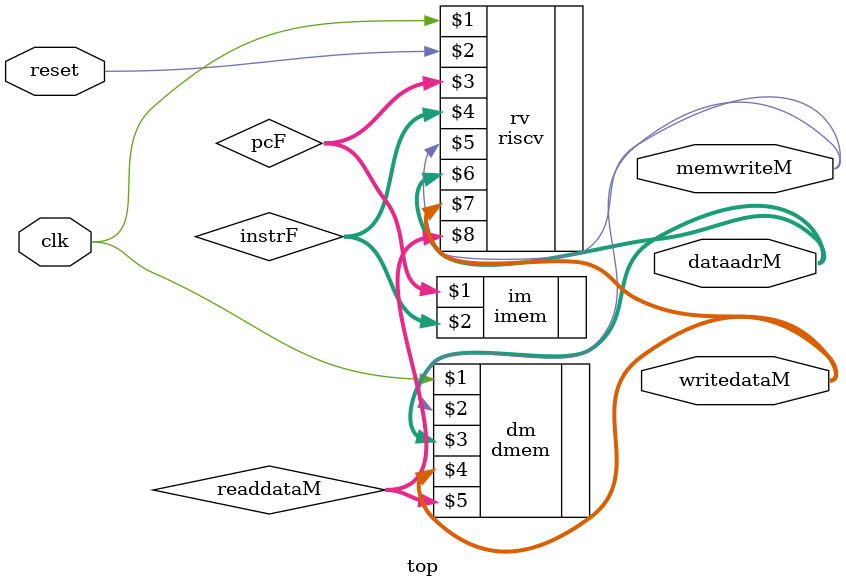
<source format=v>
`timescale 1ns / 1ps

module top(
input clk,reset,
output [31:0]writedataM,dataadrM,
output memwriteM    );
wire [31:0]pcF,instrF,readdataM;

riscv rv(clk,reset,pcF,instrF,memwriteM,dataadrM,writedataM,readdataM);
imem im(pcF,instrF);
dmem dm(clk,memwriteM,dataadrM,writedataM,readdataM);

endmodule

</source>
